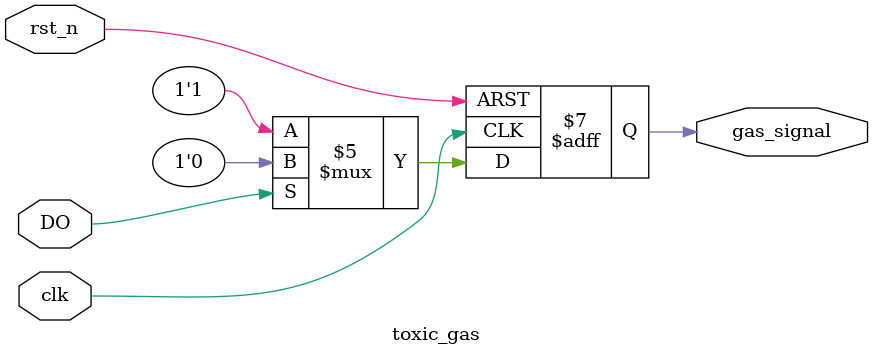
<source format=v>
/*================================================*\
		  Filename£ºtoxic_gas.v
			 Author£ºXuKunyao
	  Description£ºÓÐ¶¾ÆøÌå¼ì²âÄ£¿é
  Target Devices: XC6SLX16-2FTG256-2C
   Tool versions: ISE 14.6(nt64/P.68d) 
  			  Email£º905407267@qq.com
			Company£º
\*================================================*/

module toxic_gas(
	input		clk,
	input		rst_n,
	input		DO,
	output	reg gas_signal
	 );

	always @(posedge clk or negedge rst_n)
		if(!rst_n) 
			gas_signal <= 1'b0;
		else if(!DO)
			gas_signal <= 1'b1;
		else	   
			gas_signal <= 1'b0;

endmodule

</source>
